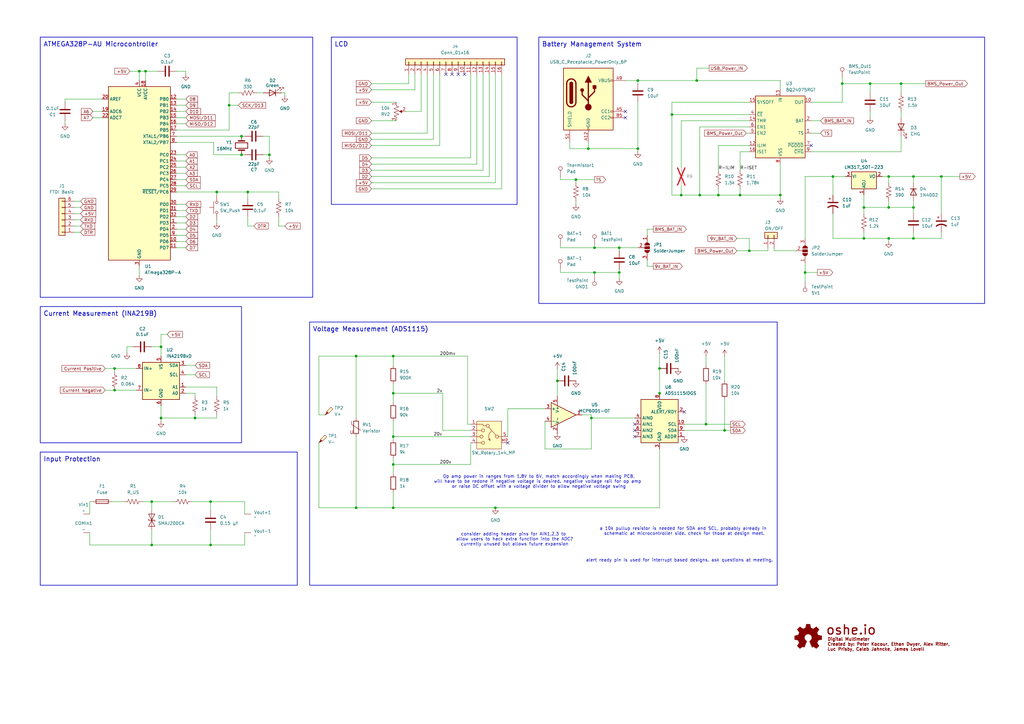
<source format=kicad_sch>
(kicad_sch (version 20231120) (generator "eeschema") (generator_version "8.0")
  (paper "A3")
  (title_block (title "Digital Multimeter") (date "2025-02-07") (rev "V1"))
  (junction (at 374.65 97.79))
  (junction (at 386.08 72.39))
  (junction (at 101.6 78.74))
  (junction (at 62.23 223.52))
  (junction (at 261.62 60.96))
  (junction (at 287.02 80.01))
  (junction (at 297.18 176.53))
  (junction (at 203.2 208.28))
  (junction (at 88.9 78.74))
  (junction (at 46.99 151.13))
  (junction (at 93.98 43.18))
  (junction (at 66.04 142.24))
  (junction (at 161.29 208.28))
  (junction (at 356.87 34.29))
  (junction (at 57.15 29.21))
  (junction (at 46.99 160.02))
  (junction (at 307.34 102.87))
  (junction (at 270.51 161.29))
  (junction (at 341.63 72.39))
  (junction (at 242.57 171.45))
  (junction (at 374.65 85.09))
  (junction (at 275.59 46.99))
  (junction (at 294.64 80.01))
  (junction (at 243.84 111.76))
  (junction (at 241.3 60.96))
  (junction (at 354.33 97.79))
  (junction (at 66.04 171.45))
  (junction (at 261.62 33.02))
  (junction (at 364.49 85.09))
  (junction (at 364.49 72.39))
  (junction (at 59.69 29.21))
  (junction (at 345.44 34.29))
  (junction (at 279.4 80.01))
  (junction (at 243.84 101.6))
  (junction (at 236.22 73.66))
  (junction (at 289.56 173.99))
  (junction (at 330.2 111.76))
  (junction (at 374.65 72.39))
  (junction (at 270.51 151.13))
  (junction (at 110.49 63.5))
  (junction (at 254 111.76))
  (junction (at 320.04 80.01))
  (junction (at 146.05 146.05))
  (junction (at 354.33 85.09))
  (junction (at 285.75 33.02))
  (junction (at 99.06 63.5))
  (junction (at 146.05 208.28))
  (junction (at 364.49 97.79))
  (junction (at 161.29 161.29))
  (junction (at 80.01 171.45))
  (junction (at 161.29 179.07))
  (junction (at 228.6 156.21))
  (junction (at 86.36 205.74))
  (junction (at 161.29 146.05))
  (junction (at 99.06 55.88))
  (junction (at 254 101.6))
  (junction (at 369.57 34.29))
  (junction (at 161.29 190.5))
  (junction (at 303.53 80.01))
  (junction (at 86.36 223.52))
  (junction (at 62.23 205.74))
  (no_connect (at 260.35 173.99))
  (no_connect (at 187.96 30.48))
  (no_connect (at 280.67 168.91))
  (no_connect (at 185.42 30.48))
  (no_connect (at 260.35 179.07))
  (no_connect (at 182.88 30.48))
  (no_connect (at 256.54 45.72))
  (no_connect (at 260.35 176.53))
  (no_connect (at 332.74 59.69))
  (no_connect (at 190.5 30.48))
  (no_connect (at 256.54 48.26))
  (no_connect (at 208.28 181.61))
  (wire (pts (xy 166.37 45.72) (xy 172.72 45.72)))
  (wire (pts (xy 332.74 41.91) (xy 345.44 41.91)))
  (wire (pts (xy 72.39 101.6) (xy 76.2 101.6)))
  (wire (pts (xy 191.77 146.05) (xy 161.29 146.05)))
  (wire (pts (xy 57.15 29.21) (xy 59.69 29.21)))
  (wire (pts (xy 114.3 92.71) (xy 116.84 92.71)))
  (wire (pts (xy 146.05 146.05) (xy 146.05 171.45)))
  (wire (pts (xy 152.4 72.39) (xy 200.66 72.39)))
  (wire (pts (xy 152.4 49.53) (xy 162.56 49.53)))
  (wire (pts (xy 72.39 68.58) (xy 76.2 68.58)))
  (wire (pts (xy 93.98 38.1) (xy 97.79 38.1)))
  (wire (pts (xy 43.18 160.02) (xy 46.99 160.02)))
  (wire (pts (xy 270.51 184.15) (xy 270.51 208.28)))
  (wire (pts (xy 205.74 77.47) (xy 205.74 30.48)))
  (wire (pts (xy 223.52 172.72) (xy 223.52 184.15)))
  (wire (pts (xy 307.34 102.87) (xy 314.96 102.87)))
  (wire (pts (xy 354.33 85.09) (xy 354.33 87.63)))
  (wire (pts (xy 317.5 102.87) (xy 317.5 101.6)))
  (wire (pts (xy 243.84 111.76) (xy 254 111.76)))
  (wire (pts (xy 78.74 205.74) (xy 86.36 205.74)))
  (wire (pts (xy 243.84 101.6) (xy 254 101.6)))
  (wire (pts (xy 101.6 92.71) (xy 104.14 92.71)))
  (wire (pts (xy 228.6 156.21) (xy 228.6 162.56)))
  (wire (pts (xy 99.06 63.5) (xy 100.33 63.5)))
  (wire (pts (xy 242.57 171.45) (xy 260.35 171.45)))
  (wire (pts (xy 38.1 205.74) (xy 36.83 205.74)))
  (wire (pts (xy 203.2 208.28) (xy 161.29 208.28)))
  (wire (pts (xy 146.05 146.05) (xy 161.29 146.05)))
  (wire (pts (xy 72.39 45.72) (xy 76.2 45.72)))
  (wire (pts (xy 76.2 158.75) (xy 88.9 158.75)))
  (wire (pts (xy 114.3 78.74) (xy 114.3 81.28)))
  (wire (pts (xy 307.34 59.69) (xy 294.64 59.69)))
  (wire (pts (xy 297.18 176.53) (xy 299.72 176.53)))
  (wire (pts (xy 354.33 85.09) (xy 364.49 85.09)))
  (wire (pts (xy 294.64 59.69) (xy 294.64 69.85)))
  (wire (pts (xy 193.04 64.77) (xy 193.04 30.48)))
  (wire (pts (xy 80.01 171.45) (xy 88.9 171.45)))
  (wire (pts (xy 38.1 45.72) (xy 41.91 45.72)))
  (wire (pts (xy 152.4 36.83) (xy 170.18 36.83)))
  (wire (pts (xy 181.61 161.29) (xy 161.29 161.29)))
  (wire (pts (xy 208.28 167.64) (xy 208.28 179.07)))
  (wire (pts (xy 59.69 29.21) (xy 59.69 33.02)))
  (wire (pts (xy 152.4 59.69) (xy 180.34 59.69)))
  (wire (pts (xy 307.34 97.79) (xy 307.34 102.87)))
  (wire (pts (xy 285.75 27.94) (xy 285.75 33.02)))
  (wire (pts (xy 161.29 187.96) (xy 161.29 190.5)))
  (wire (pts (xy 36.83 205.74) (xy 36.83 210.82)))
  (wire (pts (xy 289.56 157.48) (xy 289.56 173.99)))
  (wire (pts (xy 66.04 171.45) (xy 66.04 172.72)))
  (wire (pts (xy 86.36 217.17) (xy 86.36 223.52)))
  (wire (pts (xy 228.6 151.13) (xy 228.6 156.21)))
  (wire (pts (xy 354.33 80.01) (xy 354.33 85.09)))
  (wire (pts (xy 297.18 146.05) (xy 297.18 156.21)))
  (wire (pts (xy 80.01 161.29) (xy 80.01 162.56)))
  (wire (pts (xy 97.79 43.18) (xy 93.98 43.18)))
  (wire (pts (xy 110.49 63.5) (xy 107.95 63.5)))
  (wire (pts (xy 57.15 109.22) (xy 57.15 113.03)))
  (wire (pts (xy 175.26 54.61) (xy 175.26 30.48)))
  (wire (pts (xy 275.59 46.99) (xy 275.59 80.01)))
  (wire (pts (xy 364.49 97.79) (xy 364.49 99.06)))
  (wire (pts (xy 330.2 72.39) (xy 341.63 72.39)))
  (wire (pts (xy 36.83 223.52) (xy 62.23 223.52)))
  (wire (pts (xy 374.65 95.25) (xy 374.65 97.79)))
  (wire (pts (xy 100.33 223.52) (xy 86.36 223.52)))
  (wire (pts (xy 62.23 205.74) (xy 62.23 209.55)))
  (wire (pts (xy 364.49 85.09) (xy 364.49 82.55)))
  (wire (pts (xy 152.4 69.85) (xy 198.12 69.85)))
  (wire (pts (xy 289.56 173.99) (xy 299.72 173.99)))
  (wire (pts (xy 256.54 33.02) (xy 261.62 33.02)))
  (wire (pts (xy 46.99 151.13) (xy 55.88 151.13)))
  (wire (pts (xy 52.07 144.78) (xy 52.07 142.24)))
  (wire (pts (xy 152.4 57.15) (xy 177.8 57.15)))
  (wire (pts (xy 193.04 179.07) (xy 161.29 179.07)))
  (wire (pts (xy 314.96 102.87) (xy 314.96 101.6)))
  (wire (pts (xy 364.49 72.39) (xy 374.65 72.39)))
  (wire (pts (xy 241.3 60.96) (xy 241.3 58.42)))
  (wire (pts (xy 46.99 160.02) (xy 55.88 160.02)))
  (wire (pts (xy 233.68 58.42) (xy 233.68 60.96)))
  (wire (pts (xy 38.1 48.26) (xy 41.91 48.26)))
  (wire (pts (xy 72.39 76.2) (xy 76.2 76.2)))
  (wire (pts (xy 265.43 96.52) (xy 265.43 93.98)))
  (wire (pts (xy 161.29 172.72) (xy 161.29 179.07)))
  (wire (pts (xy 100.33 205.74) (xy 86.36 205.74)))
  (wire (pts (xy 374.65 72.39) (xy 386.08 72.39)))
  (wire (pts (xy 107.95 55.88) (xy 110.49 55.88)))
  (wire (pts (xy 62.23 223.52) (xy 86.36 223.52)))
  (wire (pts (xy 287.02 52.07) (xy 287.02 80.01)))
  (wire (pts (xy 332.74 62.23) (xy 369.57 62.23)))
  (wire (pts (xy 99.06 55.88) (xy 100.33 55.88)))
  (wire (pts (xy 195.58 67.31) (xy 195.58 30.48)))
  (wire (pts (xy 30.48 82.55) (xy 33.02 82.55)))
  (wire (pts (xy 57.15 33.02) (xy 57.15 29.21)))
  (wire (pts (xy 66.04 137.16) (xy 66.04 142.24)))
  (wire (pts (xy 45.72 205.74) (xy 50.8 205.74)))
  (wire (pts (xy 30.48 85.09) (xy 33.02 85.09)))
  (wire (pts (xy 72.39 88.9) (xy 76.2 88.9)))
  (wire (pts (xy 161.29 146.05) (xy 161.29 149.86)))
  (wire (pts (xy 181.61 176.53) (xy 181.61 161.29)))
  (wire (pts (xy 116.84 38.1) (xy 115.57 38.1)))
  (wire (pts (xy 233.68 60.96) (xy 241.3 60.96)))
  (wire (pts (xy 80.01 149.86) (xy 76.2 149.86)))
  (wire (pts (xy 254 111.76) (xy 254 114.3)))
  (wire (pts (xy 86.36 205.74) (xy 86.36 209.55)))
  (wire (pts (xy 229.87 72.39) (xy 229.87 73.66)))
  (wire (pts (xy 72.39 83.82) (xy 76.2 83.82)))
  (wire (pts (xy 72.39 55.88) (xy 99.06 55.88)))
  (wire (pts (xy 72.39 93.98) (xy 76.2 93.98)))
  (wire (pts (xy 236.22 73.66) (xy 236.22 74.93)))
  (wire (pts (xy 105.41 38.1) (xy 107.95 38.1)))
  (wire (pts (xy 161.29 190.5) (xy 161.29 194.31)))
  (wire (pts (xy 30.48 95.25) (xy 33.02 95.25)))
  (wire (pts (xy 265.43 106.68) (xy 265.43 109.22)))
  (wire (pts (xy 93.98 38.1) (xy 93.98 43.18)))
  (wire (pts (xy 36.83 218.44) (xy 36.83 223.52)))
  (wire (pts (xy 62.23 205.74) (xy 71.12 205.74)))
  (wire (pts (xy 345.44 31.75) (xy 345.44 34.29)))
  (wire (pts (xy 294.64 77.47) (xy 294.64 80.01)))
  (wire (pts (xy 72.39 96.52) (xy 76.2 96.52)))
  (wire (pts (xy 180.34 59.69) (xy 180.34 30.48)))
  (wire (pts (xy 152.4 64.77) (xy 193.04 64.77)))
  (wire (pts (xy 356.87 45.72) (xy 356.87 48.26)))
  (wire (pts (xy 43.18 151.13) (xy 46.99 151.13)))
  (wire (pts (xy 229.87 73.66) (xy 236.22 73.66)))
  (wire (pts (xy 172.72 45.72) (xy 172.72 30.48)))
  (wire (pts (xy 223.52 184.15) (xy 242.57 184.15)))
  (wire (pts (xy 66.04 142.24) (xy 66.04 146.05)))
  (wire (pts (xy 369.57 34.29) (xy 369.57 38.1)))
  (wire (pts (xy 236.22 73.66) (xy 243.84 73.66)))
  (wire (pts (xy 76.2 29.21) (xy 76.2 30.48)))
  (wire (pts (xy 116.84 38.1) (xy 116.84 39.37)))
  (wire (pts (xy 101.6 78.74) (xy 114.3 78.74)))
  (wire (pts (xy 254 101.6) (xy 261.62 101.6)))
  (wire (pts (xy 261.62 60.96) (xy 261.62 41.91)))
  (wire (pts (xy 46.99 151.13) (xy 46.99 152.4)))
  (wire (pts (xy 354.33 95.25) (xy 354.33 97.79)))
  (wire (pts (xy 374.65 72.39) (xy 374.65 74.93)))
  (wire (pts (xy 130.81 181.61) (xy 130.81 208.28)))
  (wire (pts (xy 341.63 72.39) (xy 341.63 80.01)))
  (wire (pts (xy 341.63 87.63) (xy 341.63 97.79)))
  (wire (pts (xy 100.33 218.44) (xy 100.33 223.52)))
  (wire (pts (xy 374.65 97.79) (xy 386.08 97.79)))
  (wire (pts (xy 279.4 68.58) (xy 279.4 49.53)))
  (wire (pts (xy 356.87 34.29) (xy 369.57 34.29)))
  (wire (pts (xy 303.53 77.47) (xy 303.53 80.01)))
  (wire (pts (xy 229.87 111.76) (xy 229.87 110.49)))
  (wire (pts (xy 62.23 217.17) (xy 62.23 223.52)))
  (wire (pts (xy 320.04 80.01) (xy 320.04 81.28)))
  (wire (pts (xy 72.39 78.74) (xy 88.9 78.74)))
  (wire (pts (xy 270.51 144.78) (xy 270.51 151.13)))
  (wire (pts (xy 80.01 171.45) (xy 80.01 170.18)))
  (wire (pts (xy 369.57 62.23) (xy 369.57 55.88)))
  (wire (pts (xy 152.4 54.61) (xy 175.26 54.61)))
  (wire (pts (xy 208.28 167.64) (xy 223.52 167.64)))
  (wire (pts (xy 254 110.49) (xy 254 111.76)))
  (wire (pts (xy 152.4 41.91) (xy 162.56 41.91)))
  (wire (pts (xy 76.2 161.29) (xy 80.01 161.29)))
  (wire (pts (xy 101.6 88.9) (xy 101.6 92.71)))
  (wire (pts (xy 152.4 77.47) (xy 205.74 77.47)))
  (wire (pts (xy 193.04 176.53) (xy 181.61 176.53)))
  (wire (pts (xy 320.04 33.02) (xy 320.04 36.83)))
  (wire (pts (xy 87.63 63.5) (xy 99.06 63.5)))
  (wire (pts (xy 72.39 71.12) (xy 76.2 71.12)))
  (wire (pts (xy 236.22 82.55) (xy 236.22 83.82)))
  (wire (pts (xy 41.91 40.64) (xy 26.67 40.64)))
  (wire (pts (xy 170.18 36.83) (xy 170.18 30.48)))
  (wire (pts (xy 30.48 92.71) (xy 33.02 92.71)))
  (wire (pts (xy 330.2 107.95) (xy 330.2 111.76)))
  (wire (pts (xy 229.87 101.6) (xy 229.87 100.33)))
  (wire (pts (xy 330.2 97.79) (xy 330.2 72.39)))
  (wire (pts (xy 307.34 54.61) (xy 306.07 54.61)))
  (wire (pts (xy 275.59 41.91) (xy 275.59 46.99)))
  (wire (pts (xy 161.29 161.29) (xy 161.29 165.1)))
  (wire (pts (xy 72.39 99.06) (xy 76.2 99.06)))
  (wire (pts (xy 72.39 66.04) (xy 76.2 66.04)))
  (wire (pts (xy 193.04 181.61) (xy 193.04 190.5)))
  (wire (pts (xy 364.49 85.09) (xy 374.65 85.09)))
  (wire (pts (xy 386.08 95.25) (xy 386.08 97.79)))
  (wire (pts (xy 242.57 171.45) (xy 242.57 170.18)))
  (wire (pts (xy 275.59 80.01) (xy 279.4 80.01)))
  (wire (pts (xy 243.84 111.76) (xy 243.84 113.03)))
  (wire (pts (xy 167.64 34.29) (xy 167.64 30.48)))
  (wire (pts (xy 369.57 45.72) (xy 369.57 48.26)))
  (wire (pts (xy 364.49 72.39) (xy 364.49 74.93)))
  (wire (pts (xy 289.56 146.05) (xy 289.56 149.86)))
  (wire (pts (xy 68.58 137.16) (xy 66.04 137.16)))
  (wire (pts (xy 88.9 170.18) (xy 88.9 171.45)))
  (wire (pts (xy 72.39 50.8) (xy 76.2 50.8)))
  (wire (pts (xy 270.51 151.13) (xy 270.51 161.29)))
  (wire (pts (xy 193.04 173.99) (xy 191.77 173.99)))
  (wire (pts (xy 261.62 33.02) (xy 285.75 33.02)))
  (wire (pts (xy 374.65 85.09) (xy 374.65 82.55)))
  (wire (pts (xy 30.48 90.17) (xy 33.02 90.17)))
  (wire (pts (xy 303.53 62.23) (xy 303.53 69.85)))
  (wire (pts (xy 203.2 74.93) (xy 152.4 74.93)))
  (wire (pts (xy 302.26 97.79) (xy 307.34 97.79)))
  (wire (pts (xy 161.29 157.48) (xy 161.29 161.29)))
  (wire (pts (xy 265.43 93.98) (xy 267.97 93.98)))
  (wire (pts (xy 72.39 86.36) (xy 76.2 86.36)))
  (wire (pts (xy 152.4 67.31) (xy 195.58 67.31)))
  (wire (pts (xy 88.9 78.74) (xy 101.6 78.74)))
  (wire (pts (xy 59.69 29.21) (xy 64.77 29.21)))
  (wire (pts (xy 290.83 27.94) (xy 285.75 27.94)))
  (wire (pts (xy 229.87 101.6) (xy 243.84 101.6)))
  (wire (pts (xy 265.43 109.22) (xy 267.97 109.22)))
  (wire (pts (xy 320.04 67.31) (xy 320.04 80.01)))
  (wire (pts (xy 330.2 111.76) (xy 335.28 111.76)))
  (wire (pts (xy 93.98 43.18) (xy 93.98 53.34)))
  (wire (pts (xy 275.59 46.99) (xy 307.34 46.99)))
  (wire (pts (xy 254 101.6) (xy 254 102.87)))
  (wire (pts (xy 130.81 170.18) (xy 130.81 146.05)))
  (wire (pts (xy 66.04 171.45) (xy 80.01 171.45)))
  (wire (pts (xy 386.08 72.39) (xy 393.7 72.39)))
  (wire (pts (xy 317.5 102.87) (xy 326.39 102.87)))
  (wire (pts (xy 62.23 142.24) (xy 66.04 142.24)))
  (wire (pts (xy 369.57 34.29) (xy 379.73 34.29)))
  (wire (pts (xy 193.04 190.5) (xy 161.29 190.5)))
  (wire (pts (xy 303.53 80.01) (xy 320.04 80.01)))
  (wire (pts (xy 243.84 100.33) (xy 243.84 101.6)))
  (wire (pts (xy 261.62 33.02) (xy 261.62 34.29)))
  (wire (pts (xy 374.65 85.09) (xy 374.65 87.63)))
  (wire (pts (xy 152.4 34.29) (xy 167.64 34.29)))
  (wire (pts (xy 386.08 72.39) (xy 386.08 87.63)))
  (wire (pts (xy 200.66 72.39) (xy 200.66 30.48)))
  (wire (pts (xy 72.39 48.26) (xy 76.2 48.26)))
  (wire (pts (xy 302.26 102.87) (xy 307.34 102.87)))
  (wire (pts (xy 332.74 49.53) (xy 336.55 49.53)))
  (wire (pts (xy 285.75 33.02) (xy 320.04 33.02)))
  (wire (pts (xy 303.53 80.01) (xy 294.64 80.01)))
  (wire (pts (xy 177.8 57.15) (xy 177.8 30.48)))
  (wire (pts (xy 161.29 201.93) (xy 161.29 208.28)))
  (wire (pts (xy 58.42 205.74) (xy 62.23 205.74)))
  (wire (pts (xy 307.34 62.23) (xy 303.53 62.23)))
  (wire (pts (xy 191.77 173.99) (xy 191.77 146.05)))
  (wire (pts (xy 88.9 158.75) (xy 88.9 162.56)))
  (wire (pts (xy 72.39 73.66) (xy 76.2 73.66)))
  (wire (pts (xy 229.87 111.76) (xy 243.84 111.76)))
  (wire (pts (xy 52.07 142.24) (xy 54.61 142.24)))
  (wire (pts (xy 114.3 88.9) (xy 114.3 92.71)))
  (wire (pts (xy 270.51 208.28) (xy 203.2 208.28)))
  (wire (pts (xy 130.81 170.18) (xy 133.35 170.18)))
  (wire (pts (xy 354.33 97.79) (xy 364.49 97.79)))
  (wire (pts (xy 26.67 40.64) (xy 26.67 41.91)))
  (wire (pts (xy 72.39 43.18) (xy 76.2 43.18)))
  (wire (pts (xy 72.39 40.64) (xy 76.2 40.64)))
  (wire (pts (xy 161.29 179.07) (xy 161.29 180.34)))
  (wire (pts (xy 198.12 69.85) (xy 198.12 30.48)))
  (wire (pts (xy 87.63 58.42) (xy 87.63 63.5)))
  (wire (pts (xy 287.02 80.01) (xy 294.64 80.01)))
  (wire (pts (xy 72.39 29.21) (xy 76.2 29.21)))
  (wire (pts (xy 130.81 146.05) (xy 146.05 146.05)))
  (wire (pts (xy 280.67 176.53) (xy 297.18 176.53)))
  (wire (pts (xy 279.4 80.01) (xy 287.02 80.01)))
  (wire (pts (xy 161.29 208.28) (xy 146.05 208.28)))
  (wire (pts (xy 130.81 208.28) (xy 146.05 208.28)))
  (wire (pts (xy 72.39 63.5) (xy 76.2 63.5)))
  (wire (pts (xy 279.4 76.2) (xy 279.4 80.01)))
  (wire (pts (xy 364.49 97.79) (xy 374.65 97.79)))
  (wire (pts (xy 345.44 34.29) (xy 356.87 34.29)))
  (wire (pts (xy 88.9 90.17) (xy 88.9 91.44)))
  (wire (pts (xy 100.33 205.74) (xy 100.33 210.82)))
  (wire (pts (xy 297.18 163.83) (xy 297.18 176.53)))
  (wire (pts (xy 307.34 52.07) (xy 287.02 52.07)))
  (wire (pts (xy 101.6 78.74) (xy 101.6 81.28)))
  (wire (pts (xy 146.05 179.07) (xy 146.05 208.28)))
  (wire (pts (xy 341.63 97.79) (xy 354.33 97.79)))
  (wire (pts (xy 72.39 58.42) (xy 87.63 58.42)))
  (wire (pts (xy 280.67 173.99) (xy 289.56 173.99)))
  (wire (pts (xy 279.4 49.53) (xy 307.34 49.53)))
  (wire (pts (xy 361.95 72.39) (xy 364.49 72.39)))
  (wire (pts (xy 53.34 29.21) (xy 57.15 29.21)))
  (wire (pts (xy 307.34 41.91) (xy 275.59 41.91)))
  (wire (pts (xy 356.87 34.29) (xy 356.87 38.1)))
  (wire (pts (xy 242.57 184.15) (xy 242.57 171.45)))
  (wire (pts (xy 26.67 50.8) (xy 26.67 49.53)))
  (wire (pts (xy 66.04 166.37) (xy 66.04 171.45)))
  (wire (pts (xy 88.9 78.74) (xy 88.9 80.01)))
  (wire (pts (xy 345.44 41.91) (xy 345.44 34.29)))
  (wire (pts (xy 332.74 54.61) (xy 336.55 54.61)))
  (wire (pts (xy 110.49 64.77) (xy 110.49 63.5)))
  (wire (pts (xy 203.2 30.48) (xy 203.2 74.93)))
  (wire (pts (xy 72.39 91.44) (xy 76.2 91.44)))
  (wire (pts (xy 261.62 62.23) (xy 261.62 60.96)))
  (wire (pts (xy 80.01 153.67) (xy 76.2 153.67)))
  (wire (pts (xy 330.2 111.76) (xy 330.2 115.57)))
  (wire (pts (xy 30.48 87.63) (xy 33.02 87.63)))
  (wire (pts (xy 110.49 55.88) (xy 110.49 63.5)))
  (wire (pts (xy 270.51 162.56) (xy 270.51 161.29)))
  (wire (pts (xy 341.63 72.39) (xy 346.71 72.39)))
  (wire (pts (xy 93.98 53.34) (xy 72.39 53.34)))
  (wire (pts (xy 241.3 60.96) (xy 261.62 60.96)))
  (wire (pts (xy 242.57 170.18) (xy 238.76 170.18)))
  (rectangle (start 16.51 185.42) (end 121.92 240.03) (stroke (width 0.254)))
  (rectangle (start 127 132.08) (end 318.77 240.03) (stroke (width 0.254)))
  (rectangle (start 220.98 15.24) (end 403.86 124.46) (stroke (width 0.254)))
  (rectangle (start 16.51 125.73) (end 99.06 181.61) (stroke (width 0.254)))
  (rectangle (start 135.89 15.24) (end 212.09 83.82) (stroke (width 0.254)))
  (rectangle (start 16.51 15.24) (end 128.27 121.92) (stroke (width 0.254)))
  (text "Digital Multimeter\nCreated by: Peter Kocour, Ethan Dwyer, Alex Ritter, \nLuc Prisby, Caleb Jahncke, James Lovell" (at 339.344 264.414 0) (effects (font (size 1.27 1.27) (bold yes)) (justify left)))
  (text "consider adding header pins for AIN1,2,3 to \nallow users to hack extra function into the ADC?\ncurrently unused but allows future expansion\n" (at 211.074 221.234 0) (effects (font (size 1.27 1.27))))
  (text "Op amp power in ranges from 1.8V to 6V, match accordingly when making PCB,\nwill have to be redone if negative voltage is desired. negative voltage rail for op amp \nor raise DC offset with a voltage divider to allow negative voltage swing\n \n" (at 220.98 198.628 0) (effects (font (size 1.27 1.27))))
  (text "oshe.io" (at 338.582 258.572 0) (effects (font (size 3.81 3.81) (thickness 0.508) (bold yes)) (justify left)))
  (text "Battery Management System" (at 222.25 18.288 0) (effects (font (size 1.905 1.905) (thickness 0.254) (bold yes)) (justify left)))
  (text "a 10k pullup resistor is needed for SDA and SCL, probably already in \nschematic at microcontroller side. check for those at design meet." (at 280.67 217.932 0) (effects (font (size 1.27 1.27))))
  (text "Input Protection" (at 17.78 188.468 0) (effects (font (size 1.905 1.905) (thickness 0.254) (bold yes)) (justify left)))
  (text "Current Measurement (INA219B)" (at 17.78 128.778 0) (effects (font (size 1.905 1.905) (thickness 0.254) (bold yes)) (justify left)))
  (text "Voltage Measurement (ADS1115)" (at 128.27 135.128 0) (effects (font (size 1.905 1.905) (thickness 0.254) (bold yes)) (justify left)))
  (text "LCD" (at 137.16 18.288 0) (effects (font (size 1.905 1.905) (thickness 0.254) (bold yes)) (justify left)))
  (text "ATMEGA328P-AU Microcontroller" (at 17.78 18.288 0) (effects (font (size 1.905 1.905) (thickness 0.254) (bold yes)) (justify left)))
  (text "alert ready pin is used for interrupt based designs. ask questions at meeting. " (at 279.146 229.87 0) (effects (font (size 1.27 1.27))))
  (label "R-ILIM" (at 294.64 69.85 0))
  (label "200v" (at 180.34 190.5 0))
  (label "200mv" (at 180.34 146.05 0))
  (label "20v" (at 177.8 179.07 0))
  (label "R-ISET" (at 303.53 69.85 0))
  (label "2v" (at 179.07 161.29 0))
  (global_label "GND" (shape input) (at 33.02 82.55 0) (property "Intersheetrefs" "${INTERSHEET_REFS}" (effects (hide yes))))
  (global_label "MOSI{slash}D11" (shape input) (at 76.2 48.26 0) (property "Intersheetrefs" "${INTERSHEET_REFS}" (effects (hide yes))))
  (global_label "USB_Power_IN" (shape output) (at 290.83 27.94 0) (property "Intersheetrefs" "${INTERSHEET_REFS}" (effects (hide yes))))
  (global_label "GND" (shape input) (at 152.4 77.47 180) (property "Intersheetrefs" "${INTERSHEET_REFS}" (effects (hide yes))))
  (global_label "BMS_Power_Out" (shape output) (at 379.73 34.29 0) (property "Intersheetrefs" "${INTERSHEET_REFS}" (effects (hide yes))))
  (global_label "D7" (shape input) (at 76.2 101.6 0) (property "Intersheetrefs" "${INTERSHEET_REFS}" (effects (hide yes))))
  (global_label "RXD" (shape input) (at 76.2 83.82 0) (property "Intersheetrefs" "${INTERSHEET_REFS}" (effects (hide yes))))
  (global_label "TS" (shape input) (at 336.55 54.61 0) (property "Intersheetrefs" "${INTERSHEET_REFS}" (effects (hide yes))))
  (global_label "D5" (shape input) (at 152.4 64.77 180) (property "Intersheetrefs" "${INTERSHEET_REFS}" (effects (hide yes))))
  (global_label "D4" (shape input) (at 76.2 93.98 0) (property "Intersheetrefs" "${INTERSHEET_REFS}" (effects (hide yes))))
  (global_label "GND" (shape input) (at 152.4 57.15 180) (property "Intersheetrefs" "${INTERSHEET_REFS}" (effects (hide yes))))
  (global_label "SCL" (shape input) (at 76.2 76.2 0) (property "Intersheetrefs" "${INTERSHEET_REFS}" (effects (hide yes))))
  (global_label "SCK{slash}D13" (shape input) (at 97.79 43.18 0) (property "Intersheetrefs" "${INTERSHEET_REFS}" (effects (hide yes))))
  (global_label "SDA" (shape input) (at 76.2 73.66 0) (property "Intersheetrefs" "${INTERSHEET_REFS}" (effects (hide yes))))
  (global_label "A0" (shape input) (at 76.2 63.5 0) (property "Intersheetrefs" "${INTERSHEET_REFS}" (effects (hide yes))))
  (global_label "GND" (shape input) (at 152.4 49.53 180) (property "Intersheetrefs" "${INTERSHEET_REFS}" (effects (hide yes))))
  (global_label "+5V" (shape input) (at 152.4 74.93 180) (property "Intersheetrefs" "${INTERSHEET_REFS}" (effects (hide yes))))
  (global_label "TXD" (shape input) (at 33.02 92.71 0) (property "Intersheetrefs" "${INTERSHEET_REFS}" (effects (hide yes))))
  (global_label "+5V" (shape input) (at 116.84 92.71 0) (property "Intersheetrefs" "${INTERSHEET_REFS}" (effects (hide yes))))
  (global_label "D10" (shape input) (at 76.2 45.72 0) (property "Intersheetrefs" "${INTERSHEET_REFS}" (effects (hide yes))))
  (global_label "A1" (shape input) (at 76.2 66.04 0) (property "Intersheetrefs" "${INTERSHEET_REFS}" (effects (hide yes))))
  (global_label "MISO{slash}D12" (shape input) (at 152.4 59.69 180) (property "Intersheetrefs" "${INTERSHEET_REFS}" (effects (hide yes))))
  (global_label "SDA" (shape input) (at 80.01 149.86 0) (property "Intersheetrefs" "${INTERSHEET_REFS}" (effects (hide yes))))
  (global_label "9V_BAT_IN" (shape output) (at 267.97 109.22 0) (property "Intersheetrefs" "${INTERSHEET_REFS}" (effects (hide yes))))
  (global_label "9V_BAT_IN" (shape input) (at 302.26 97.79 180) (property "Intersheetrefs" "${INTERSHEET_REFS}" (effects (hide yes))))
  (global_label "SDA" (shape output) (at 299.72 176.53 0) (property "Intersheetrefs" "${INTERSHEET_REFS}" (effects (hide yes))))
  (global_label "MISO{slash}D12" (shape input) (at 76.2 50.8 0) (property "Intersheetrefs" "${INTERSHEET_REFS}" (effects (hide yes))))
  (global_label "D4" (shape input) (at 152.4 67.31 180) (property "Intersheetrefs" "${INTERSHEET_REFS}" (effects (hide yes))))
  (global_label "TXD" (shape input) (at 76.2 86.36 0) (property "Intersheetrefs" "${INTERSHEET_REFS}" (effects (hide yes))))
  (global_label "BMS_BAT_IN" (shape output) (at 267.97 93.98 0) (property "Intersheetrefs" "${INTERSHEET_REFS}" (effects (hide yes))))
  (global_label "SCL" (shape input) (at 80.01 153.67 0) (property "Intersheetrefs" "${INTERSHEET_REFS}" (effects (hide yes))))
  (global_label "D6" (shape input) (at 76.2 99.06 0) (property "Intersheetrefs" "${INTERSHEET_REFS}" (effects (hide yes))))
  (global_label "+5V" (shape input) (at 68.58 137.16 0) (property "Intersheetrefs" "${INTERSHEET_REFS}" (effects (hide yes))))
  (global_label "A3" (shape input) (at 76.2 71.12 0) (property "Intersheetrefs" "${INTERSHEET_REFS}" (effects (hide yes))))
  (global_label "Current Positive" (shape input) (at 43.18 151.13 180) (property "Intersheetrefs" "${INTERSHEET_REFS}" (effects (hide yes))))
  (global_label "A7" (shape input) (at 38.1 48.26 180) (property "Intersheetrefs" "${INTERSHEET_REFS}" (effects (hide yes))))
  (global_label "DTR" (shape input) (at 33.02 95.25 0) (property "Intersheetrefs" "${INTERSHEET_REFS}" (effects (hide yes))))
  (global_label "A6" (shape input) (at 38.1 45.72 180) (property "Intersheetrefs" "${INTERSHEET_REFS}" (effects (hide yes))))
  (global_label "+5V" (shape input) (at 33.02 87.63 0) (property "Intersheetrefs" "${INTERSHEET_REFS}" (effects (hide yes))))
  (global_label "+5V" (shape input) (at 152.4 36.83 180) (property "Intersheetrefs" "${INTERSHEET_REFS}" (effects (hide yes))))
  (global_label "D3" (shape input) (at 152.4 69.85 180) (property "Intersheetrefs" "${INTERSHEET_REFS}" (effects (hide yes))))
  (global_label "SCL" (shape output) (at 299.72 173.99 0) (property "Intersheetrefs" "${INTERSHEET_REFS}" (effects (hide yes))))
  (global_label "GND" (shape input) (at 152.4 34.29 180) (property "Intersheetrefs" "${INTERSHEET_REFS}" (effects (hide yes))))
  (global_label "A2" (shape input) (at 76.2 68.58 0) (property "Intersheetrefs" "${INTERSHEET_REFS}" (effects (hide yes))))
  (global_label "BMS_BAT_IN" (shape input) (at 336.55 49.53 0) (property "Intersheetrefs" "${INTERSHEET_REFS}" (effects (hide yes))))
  (global_label "D2" (shape input) (at 152.4 72.39 180) (property "Intersheetrefs" "${INTERSHEET_REFS}" (effects (hide yes))))
  (global_label "Current Negative" (shape input) (at 43.18 160.02 180) (property "Intersheetrefs" "${INTERSHEET_REFS}" (effects (hide yes))))
  (global_label "D9" (shape input) (at 76.2 43.18 0) (property "Intersheetrefs" "${INTERSHEET_REFS}" (effects (hide yes))))
  (global_label "BMS_Power_Out" (shape input) (at 306.07 54.61 180) (property "Intersheetrefs" "${INTERSHEET_REFS}" (effects (hide yes))))
  (global_label "D3" (shape input) (at 76.2 91.44 0) (property "Intersheetrefs" "${INTERSHEET_REFS}" (effects (hide yes))))
  (global_label "+5V" (shape input) (at 53.34 29.21 180) (property "Intersheetrefs" "${INTERSHEET_REFS}" (effects (hide yes))))
  (global_label "BMS_Power_Out" (shape input) (at 302.26 102.87 180) (property "Intersheetrefs" "${INTERSHEET_REFS}" (effects (hide yes))))
  (global_label "+5V" (shape output) (at 393.7 72.39 0) (property "Intersheetrefs" "${INTERSHEET_REFS}" (effects (hide yes))))
  (global_label "+5V" (shape input) (at 152.4 41.91 180) (property "Intersheetrefs" "${INTERSHEET_REFS}" (effects (hide yes))))
  (global_label "+5V" (shape output) (at 335.28 111.76 0) (property "Intersheetrefs" "${INTERSHEET_REFS}" (effects (hide yes))))
  (global_label "D2" (shape input) (at 76.2 88.9 0) (property "Intersheetrefs" "${INTERSHEET_REFS}" (effects (hide yes))))
  (global_label "D5" (shape input) (at 76.2 96.52 0) (property "Intersheetrefs" "${INTERSHEET_REFS}" (effects (hide yes))))
  (global_label "D8" (shape input) (at 76.2 40.64 0) (property "Intersheetrefs" "${INTERSHEET_REFS}" (effects (hide yes))))
  (global_label "TS" (shape output) (at 243.84 73.66 0) (property "Intersheetrefs" "${INTERSHEET_REFS}" (effects (hide yes))))
  (global_label "DTR" (shape input) (at 104.14 92.71 0) (property "Intersheetrefs" "${INTERSHEET_REFS}" (effects (hide yes))))
  (global_label "RXD" (shape input) (at 33.02 90.17 0) (property "Intersheetrefs" "${INTERSHEET_REFS}" (effects (hide yes))))
  (global_label "GND" (shape input) (at 33.02 85.09 0) (property "Intersheetrefs" "${INTERSHEET_REFS}" (effects (hide yes))))
  (global_label "MOSI{slash}D11" (shape input) (at 152.4 54.61 180) (property "Intersheetrefs" "${INTERSHEET_REFS}" (effects (hide yes))))
  (symbol (lib_id "Jumper:SolderJumper_3_Open") (at 265.43 101.6 270) (unit 1) (exclude_from_sim yes) (in_bom no)
    (property "Reference" "JP1" (at 267.97 100.3299 90) (effects (justify left)))
    (property "Value" "SolderJumper" (at 267.97 102.8699 90) (effects (justify left)))
    (property "Footprint" "Jumper:SolderJumper-3_P1.3mm_Open_Pad1.0x1.5mm_NumberLabels" (effects (hide yes)))
    (property "Description" "Solder Jumper, 3-pole, open" (effects (hide yes)))
  )
  (symbol (lib_id "power:GND") (at 261.62 62.23 0) (unit 1)
    (property "Reference" "#PWR011" (effects (hide yes)))
    (property "Value" "GND" (at 261.62 67.31 0))
    (property "Description" "Power symbol creates a global label with name \"GND\" , ground" (effects (hide yes)))
  )
  (symbol (lib_id "Device:R_US") (at 369.57 41.91 0) (unit 1)
    (property "Reference" "R13" (at 372.11 40.6399 0) (effects (justify left)))
    (property "Value" "1.5k" (at 372.11 43.1799 0) (effects (justify left)))
    (property "Footprint" "Resistor_SMD:R_1206_3216Metric_Pad1.30x1.75mm_HandSolder" (effects (hide yes)))
    (property "Description" "Resistor, US symbol" (effects (hide yes)))
  )
  (symbol (lib_id "power:GND") (at 228.6 177.8 0) (unit 1)
    (property "Reference" "#PWR017" (effects (hide yes)))
    (property "Value" "GND" (at 228.6 182.88 0))
    (property "Description" "Power symbol creates a global label with name \"GND\" , ground" (effects (hide yes)))
  )
  (symbol (lib_id "power:+3.3V") (at 228.6 151.13 0) (unit 1)
    (property "Reference" "#PWR016" (effects (hide yes)))
    (property "Value" "+5V" (at 228.6 146.05 0))
    (property "Description" "Power symbol creates a global label with name \"+3.3V\"" (effects (hide yes)))
  )
  (symbol (lib_id "oshe:Input") (at 36.83 213.36 0) (unit 1)
    (property "Reference" "Vin1" (at 34.29 207.01 0))
    (property "Value" "~" (at 34.29 209.55 0))
  )
  (symbol (lib_id "Connector_Generic:Conn_01x06") (at 25.4 90.17 180) (unit 1)
    (property "Reference" "J1" (at 25.4 76.2 0))
    (property "Value" "FTDI Basic" (at 25.4 78.74 0))
    (property "Footprint" "Connector_PinSocket_2.54mm:PinSocket_1x06_P2.54mm_Vertical" (effects (hide yes)))
    (property "Description" "Generic connector, single row, 01x06, script generated (kicad-library-utils/schlib/autogen/connector/)" (effects (hide yes)))
  )
  (symbol (lib_id "Connector:TestPoint") (at 243.84 100.33 0) (unit 1)
    (property "Reference" "BAT1" (at 246.38 95.7579 0) (effects (justify left)))
    (property "Value" "TestPoint" (at 246.38 98.2979 0) (effects (justify left)))
    (property "Footprint" "TestPoint:TestPoint_Keystone_5019_Minature" (effects (hide yes)))
    (property "Description" "test point" (effects (hide yes)))
  )
  (symbol (lib_id "Device:R") (at 161.29 198.12 0) (unit 1)
    (property "Reference" "R18" (at 163.83 196.8499 0) (effects (justify left)))
    (property "Value" "1k" (at 163.83 199.3899 0) (effects (justify left)))
    (property "Description" "Resistor" (effects (hide yes)))
  )
  (symbol (lib_id "Device:C") (at 104.14 63.5 270) (mirror x) (unit 1)
    (property "Reference" "C7" (at 104.14 69.596 90))
    (property "Value" "22pF" (at 104.14 67.31 90))
    (property "Footprint" "Capacitor_SMD:C_1206_3216Metric_Pad1.33x1.80mm_HandSolder" (effects (hide yes)))
    (property "Description" "Unpolarized capacitor" (effects (hide yes)))
  )
  (symbol (lib_id "Connector:TestPoint") (at 330.2 115.57 0) (mirror x) (unit 1)
    (property "Reference" "5V1" (at 332.74 120.1421 0) (effects (justify left)))
    (property "Value" "TestPoint" (at 332.74 117.6021 0) (effects (justify left)))
    (property "Footprint" "TestPoint:TestPoint_Keystone_5019_Minature" (effects (hide yes)))
    (property "Description" "test point" (effects (hide yes)))
  )
  (symbol (lib_id "MCU_Microchip_ATmega:ATmega328P-A") (at 57.15 71.12 0) (unit 1)
    (property "Reference" "U1" (at 59.3441 109.22 0) (effects (justify left)))
    (property "Value" "ATmega328P-A" (at 59.3441 111.76 0) (effects (justify left)))
    (property "Footprint" "Package_QFP:TQFP-32_7x7mm_P0.8mm" (effects (hide yes)))
    (property "Datasheet" "http://ww1.microchip.com/downloads/en/DeviceDoc/ATmega328_P%20AVR%20MCU%20with%20picoPower%20Technology%20Data%20Sheet%2040001984A.pdf" (effects (hide yes)))
    (property "Description" "20MHz, 32kB Flash, 2kB SRAM, 1kB EEPROM, TQFP-32" (effects (hide yes)))
  )
  (symbol (lib_id "Device:R_US") (at 54.61 205.74 90) (unit 1)
    (property "Reference" "R1" (at 54.61 199.39 90))
    (property "Value" "R_US" (at 54.61 201.93 90))
    (property "Footprint" "Resistor_SMD:R_1206_3216Metric_Pad1.30x1.75mm_HandSolder" (effects (hide yes)))
    (property "Description" "Resistor, US symbol" (effects (hide yes)))
  )
  (symbol (lib_id "Device:C") (at 356.87 41.91 0) (unit 1)
    (property "Reference" "C11" (at 360.68 40.6399 0) (effects (justify left)))
    (property "Value" "10uF" (at 360.68 43.1799 0) (effects (justify left)))
    (property "Footprint" "Capacitor_SMD:C_1206_3216Metric_Pad1.33x1.80mm_HandSolder" (effects (hide yes)))
    (property "Description" "Unpolarized capacitor" (effects (hide yes)))
  )
  (symbol (lib_id "Device:C") (at 254 106.68 0) (mirror y) (unit 1)
    (property "Reference" "C8" (at 257.81 105.4099 0) (effects (justify right)))
    (property "Value" "10uF" (at 257.81 107.9499 0) (effects (justify right)))
    (property "Footprint" "Capacitor_SMD:C_1206_3216Metric_Pad1.33x1.80mm_HandSolder" (effects (hide yes)))
    (property "Description" "Unpolarized capacitor" (effects (hide yes)))
  )
  (symbol (lib_id "Device:C_Polarized_US") (at 341.63 83.82 0) (unit 1)
    (property "Reference" "C10" (at 345.44 81.9149 0) (effects (justify left)))
    (property "Value" "1uF" (at 345.44 84.4549 0) (effects (justify left)))
    (property "Footprint" "Capacitor_SMD:CP_Elec_4x4.5" (effects (hide yes)))
    (property "Description" "Polarized capacitor, US symbol" (effects (hide yes)))
  )
  (symbol (lib_id "power:GND") (at 110.49 64.77 0) (unit 1)
    (property "Reference" "#PWR07" (effects (hide yes)))
    (property "Value" "GND" (at 110.49 69.85 0))
    (property "Description" "Power symbol creates a global label with name \"GND\" , ground" (effects (hide yes)))
  )
  (symbol (lib_id "Sensor_Energy:INA219BxD") (at 66.04 156.21 0) (unit 1)
    (property "Reference" "U2" (at 68.2341 143.51 0) (effects (justify left)))
    (property "Value" "INA219BxD" (at 68.2341 146.05 0) (effects (justify left)))
    (property "Footprint" "Package_SO:SOIC-8_3.9x4.9mm_P1.27mm" (effects (hide yes)))
    (property "Datasheet" "http://www.ti.com/lit/ds/symlink/ina219.pdf" (effects (hide yes)))
    (property "Description" "Zero-Drift, HighAccuracy, Bidirectional Current/Power Monitor (0-26V) With I2C Interface, SOIC-8" (effects (hide yes)))
  )
  (symbol (lib_id "Diode:1N4002") (at 374.65 78.74 270) (unit 1)
    (property "Reference" "D4" (at 377.19 77.4699 90) (effects (justify left)))
    (property "Value" "1N4002" (at 377.19 80.0099 90) (effects (justify left)))
    (property "Footprint" "Diode_SMD:D_1206_3216Metric_Pad1.42x1.75mm_HandSolder" (effects (hide yes)))
    (property "Datasheet" "http://www.vishay.com/docs/88503/1n4001.pdf" (effects (hide yes)))
    (property "Description" "100V 1A General Purpose Rectifier Diode, DO-41" (effects (hide yes)))
    (property "Sim.Device" "D" (effects (hide yes)))
    (property "Sim.Pins" "1=K 2=A" (effects (hide yes)))
  )
  (symbol (lib_id "Switch:SW_Rotary_1x4_MP") (at 200.66 179.07 0) (mirror y) (unit 1)
    (property "Reference" "SW2" (at 200.66 167.64 0))
    (property "Value" "SW_Rotary_1x4_MP" (at 202.438 185.674 0))
    (property "Description" "Rotary switch 1x4, SP4T with mount point " (effects (hide yes)))
  )
  (symbol (lib_id "power:+3.3V") (at 289.56 146.05 0) (unit 1)
    (property "Reference" "#PWR022" (effects (hide yes)))
    (property "Value" "+5V" (at 289.56 140.97 0))
    (property "Description" "Power symbol creates a global label with name \"+3.3V\"" (effects (hide yes)))
  )
  (symbol (lib_id "oshe:Node") (at 100.33 213.36 0) (unit 1)
    (property "Reference" "Vout+1" (at 104.14 210.1849 0) (effects (justify left)))
    (property "Value" "~" (at 104.14 212.09 0) (effects (justify left)))
  )
  (symbol (lib_id "Device:R_US") (at 303.53 73.66 0) (unit 1)
    (property "Reference" "R11" (at 306.07 72.3899 0) (effects (justify left)))
    (property "Value" "1.78k" (at 306.07 74.9299 0) (effects (justify left)))
    (property "Footprint" "Resistor_SMD:R_1206_3216Metric_Pad1.30x1.75mm_HandSolder" (effects (hide yes)))
    (property "Description" "Resistor, US symbol" (effects (hide yes)))
  )
  (symbol (lib_id "Device:R_US") (at 279.4 72.39 0) (unit 1) (dnp yes)
    (property "Reference" "R9" (at 281.432 72.39 0) (effects (justify left)))
    (property "Value" "0" (effects (hide yes)))
    (property "Footprint" "Resistor_SMD:R_1206_3216Metric_Pad1.30x1.75mm_HandSolder" (effects (hide yes)))
    (property "Description" "Resistor, US symbol" (effects (hide yes)))
  )
  (symbol (lib_id "power:GND") (at 203.2 208.28 0) (unit 1)
    (property "Reference" "#PWR015" (effects (hide yes)))
    (property "Value" "GND" (at 203.2 213.36 0))
    (property "Description" "Power symbol creates a global label with name \"GND\" , ground" (effects (hide yes)))
  )
  (symbol (lib_id "Graphic:Logo_Open_Hardware_Small") (at 331.47 261.62 0) (unit 1) (exclude_from_sim yes) (in_bom no) (on_board no)
    (property "Reference" "#SYM1" (effects (hide yes)))
    (property "Value" "Logo_Open_Hardware_Small" (effects (hide yes)))
    (property "Description" "Open Hardware logo, small" (effects (hide yes)))
  )
  (symbol (lib_id "Connector:USB_C_Receptacle_PowerOnly_6P") (at 241.3 40.64 0) (unit 1)
    (property "Reference" "J2" (at 241.3 22.86 0))
    (property "Value" "USB_C_Receptacle_PowerOnly_6P" (at 241.3 25.4 0))
    (property "Footprint" "Connector_USB:USB_C_Receptacle_GCT_USB4125-xx-x-0190_6P_TopMnt_Horizontal" (effects (hide yes)))
    (property "Datasheet" "https://www.usb.org/sites/default/files/documents/usb_type-c.zip" (effects (hide yes)))
    (property "Description" "USB Power-Only 6P Type-C Receptacle connector" (effects (hide yes)))
  )
  (symbol (lib_id "power:GND") (at 254 114.3 0) (mirror y) (unit 1)
    (property "Reference" "#PWR010" (effects (hide yes)))
    (property "Value" "GND" (at 254 119.38 0))
    (property "Description" "Power symbol creates a global label with name \"GND\" , ground" (effects (hide yes)))
  )
  (symbol (lib_id "Analog_ADC:ADS1115IDGS") (at 270.51 173.99 0) (unit 1)
    (property "Reference" "U6" (at 272.7041 158.75 0) (effects (justify left)))
    (property "Value" "ADS1115IDGS" (at 272.7041 161.29 0) (effects (justify left)))
    (property "Footprint" "Package_SO:TSSOP-10_3x3mm_P0.5mm" (effects (hide yes)))
    (property "Datasheet" "http://www.ti.com/lit/ds/symlink/ads1113.pdf" (effects (hide yes)))
    (property "Description" "Ultra-Small, Low-Power, I2C-Compatible, 860-SPS, 16-Bit ADCs With Internal Reference, Oscillator, and Programmable Comparator, VSSOP-10" (effects (hide yes)))
  )
  (symbol (lib_id "Device:R_US") (at 46.99 156.21 0) (unit 1)
    (property "Reference" "R2" (at 49.53 154.9399 0) (effects (justify left)))
    (property "Value" "0.064" (at 49.53 157.4799 0) (effects (justify left)))
    (property "Footprint" "Resistor_SMD:R_2512_6332Metric_Pad1.40x3.35mm_HandSolder" (effects (hide yes)))
    (property "Description" "Resistor, US symbol" (effects (hide yes)))
  )
  (symbol (lib_id "oshe:Input") (at 36.83 220.98 0) (unit 1)
    (property "Reference" "COMin1" (at 34.29 214.63 0))
    (property "Value" "~" (at 34.29 217.17 0))
  )
  (symbol (lib_id "Device:R") (at 161.29 153.67 0) (unit 1)
    (property "Reference" "R15" (at 163.83 152.3999 0) (effects (justify left)))
    (property "Value" "900K" (at 163.83 154.9399 0) (effects (justify left)))
    (property "Description" "Resistor" (effects (hide yes)))
  )
  (symbol (lib_id "Device:C") (at 86.36 213.36 0) (unit 1)
    (property "Reference" "C4" (at 90.17 212.0899 0) (effects (justify left)))
    (property "Value" "0.15 μf" (at 90.17 214.6299 0) (effects (justify left)))
    (property "Footprint" "oshe:CKG57K" (effects (hide yes)))
    (property "Description" "Unpolarized capacitor" (effects (hide yes)))
  )
  (symbol (lib_id "power:GND") (at 26.67 50.8 0) (unit 1)
    (property "Reference" "#PWR01" (effects (hide yes)))
    (property "Value" "GND" (at 26.67 55.88 0))
    (property "Description" "Power symbol creates a global label with name \"GND\" , ground" (effects (hide yes)))
  )
  (symbol (lib_id "Connector:TestPoint_Probe") (at 130.81 181.61 0) (unit 1)
    (property "Reference" "TP1" (at 134.62 178.7524 0) (effects (justify left)))
    (property "Value" "V-" (at 134.62 181.2924 0) (effects (justify left)))
    (property "Description" "test point (alternative probe-style design)" (effects (hide yes)))
  )
  (symbol (lib_id "Device:C") (at 374.65 91.44 0) (unit 1)
    (property "Reference" "C12" (at 377.952 90.17 0) (effects (justify left)))
    (property "Value" "10uF" (at 377.952 92.71 0) (effects (justify left)))
    (property "Footprint" "Capacitor_SMD:C_1206_3216Metric_Pad1.33x1.80mm_HandSolder" (effects (hide yes)))
    (property "Description" "Unpolarized capacitor" (effects (hide yes)))
  )
  (symbol (lib_id "Device:C") (at 274.32 151.13 90) (unit 1)
    (property "Reference" "C15" (at 273.0499 147.32 0) (effects (justify left)))
    (property "Value" "100nF" (at 277.622 148.844 0) (effects (justify left)))
    (property "Description" "Unpolarized capacitor" (effects (hide yes)))
  )
  (symbol (lib_id "Device:LED") (at 369.57 52.07 90) (unit 1)
    (property "Reference" "D3" (at 373.38 52.3874 90) (effects (justify right)))
    (property "Value" "CHG" (at 373.38 54.9274 90) (effects (justify right)))
    (property "Footprint" "LED_SMD:LED_1206_3216Metric_Pad1.42x1.75mm_HandSolder" (effects (hide yes)))
    (property "Description" "Light emitting diode" (effects (hide yes)))
  )
  (symbol (lib_id "Device:C_Polarized_US") (at 386.08 91.44 0) (unit 1)
    (property "Reference" "C13" (at 389.89 89.5349 0) (effects (justify left)))
    (property "Value" "1uF" (at 389.89 92.0749 0) (effects (justify left)))
    (property "Footprint" "Capacitor_SMD:CP_Elec_4x4.5" (effects (hide yes)))
    (property "Description" "Polarized capacitor, US symbol" (effects (hide yes)))
  )
  (symbol (lib_id "Device:C") (at 261.62 38.1 0) (unit 1)
    (property "Reference" "C9" (at 265.43 36.8299 0) (effects (justify left)))
    (property "Value" "10uF" (at 265.43 39.3699 0) (effects (justify left)))
    (property "Footprint" "Capacitor_SMD:C_1206_3216Metric_Pad1.33x1.80mm_HandSolder" (effects (hide yes)))
    (property "Description" "Unpolarized capacitor" (effects (hide yes)))
  )
  (symbol (lib_id "Device:Varistor") (at 146.05 175.26 0) (unit 1)
    (property "Reference" "RV1" (at 148.59 174.1832 0) (effects (justify left)))
    (property "Value" "Varistor" (at 148.59 176.7232 0) (effects (justify left)))
    (property "Description" "Voltage dependent resistor" (effects (hide yes)))
    (property "Sim.Name" "kicad_builtin_varistor" (effects (hide yes)))
    (property "Sim.Device" "SUBCKT" (effects (hide yes)))
    (property "Sim.Pins" "1=A 2=B" (effects (hide yes)))
    (property "Sim.Params" "threshold=1k" (effects (hide yes)))
    (property "Sim.Library" "${KICAD7_SYMBOL_DIR}/Simulation_SPICE.sp" (effects (hide yes)))
  )
  (symbol (lib_id "power:GND") (at 66.04 172.72 0) (unit 1)
    (property "Reference" "#PWR04" (effects (hide yes)))
    (property "Value" "GND" (at 66.04 177.8 0))
    (property "Description" "Power symbol creates a global label with name \"GND\" , ground" (effects (hide yes)))
  )
  (symbol (lib_id "Device:C") (at 101.6 85.09 0) (mirror y) (unit 1)
    (property "Reference" "C5" (at 106.68 83.82 0))
    (property "Value" "0.1uF" (at 106.68 86.36 0))
    (property "Footprint" "Capacitor_SMD:C_1206_3216Metric_Pad1.33x1.80mm_HandSolder" (effects (hide yes)))
    (property "Description" "Unpolarized capacitor" (effects (hide yes)))
  )
  (symbol (lib_id "power:+3.3V") (at 270.51 144.78 0) (unit 1)
    (property "Reference" "#PWR019" (effects (hide yes)))
    (property "Value" "+5V" (at 270.51 139.7 0))
    (property "Description" "Power symbol creates a global label with name \"+3.3V\"" (effects (hide yes)))
  )
  (symbol (lib_id "Device:R_US") (at 114.3 85.09 0) (unit 1)
    (property "Reference" "R7" (at 116.84 83.8199 0) (effects (justify left)))
    (property "Value" "10k" (at 116.84 86.3599 0) (effects (justify left)))
    (property "Footprint" "Resistor_SMD:R_1206_3216Metric_Pad1.30x1.75mm_HandSolder" (effects (hide yes)))
    (property "Description" "Resistor, US symbol" (effects (hide yes)))
  )
  (symbol (lib_id "Switch:SW_Push") (at 88.9 85.09 90) (unit 1)
    (property "Reference" "SW1" (at 90.17 83.8199 90) (effects (justify right)))
    (property "Value" "SW_Push" (at 90.17 86.3599 90) (effects (justify right)))
    (property "Footprint" "Button_Switch_SMD:SW_Push_1P1T-MP_NO_Horizontal_Alps_SKRTLAE010" (effects (hide yes)))
    (property "Description" "Push button switch, generic, two pins" (effects (hide yes)))
  )
  (symbol (lib_id "power:GND") (at 320.04 81.28 0) (unit 1)
    (property "Reference" "#PWR012" (effects (hide yes)))
    (property "Value" "GND" (at 320.04 86.36 0))
    (property "Description" "Power symbol creates a global label with name \"GND\" , ground" (effects (hide yes)))
  )
  (symbol (lib_id "Device:R_US") (at 88.9 166.37 180) (unit 1)
    (property "Reference" "R5" (at 91.44 165.0999 0) (effects (justify right)))
    (property "Value" "1k" (at 91.44 167.6399 0) (effects (justify right)))
    (property "Footprint" "Resistor_SMD:R_1206_3216Metric_Pad1.30x1.75mm_HandSolder" (effects (hide yes)))
    (property "Description" "Resistor, US symbol" (effects (hide yes)))
  )
  (symbol (lib_id "Connector:TestPoint") (at 243.84 113.03 180) (unit 1)
    (property "Reference" "GND1" (at 241.3 117.6021 0) (effects (justify left)))
    (property "Value" "TestPoint" (at 241.3 115.0621 0) (effects (justify left)))
    (property "Footprint" "TestPoint:TestPoint_Keystone_5019_Minature" (effects (hide yes)))
    (property "Description" "test point" (effects (hide yes)))
  )
  (symbol (lib_id "power:GND") (at 76.2 30.48 0) (unit 1)
    (property "Reference" "#PWR05" (effects (hide yes)))
    (property "Value" "GND" (at 76.2 35.56 0))
    (property "Description" "Power symbol creates a global label with name \"GND\" , ground" (effects (hide yes)))
  )
  (symbol (lib_id "power:GND") (at 88.9 91.44 0) (unit 1)
    (property "Reference" "#PWR06" (effects (hide yes)))
    (property "Value" "GND" (at 88.9 96.52 0))
    (property "Description" "Power symbol creates a global label with name \"GND\" , ground" (effects (hide yes)))
  )
  (symbol (lib_id "Connector_Generic:Conn_01x02") (at 314.96 96.52 90) (unit 1)
    (property "Reference" "J3" (at 313.69 91.186 90) (effects (justify right)))
    (property "Value" "ON/OFF" (at 313.69 93.726 90) (effects (justify right)))
    (property "Footprint" "Connector_PinHeader_2.54mm:PinHeader_1x02_P2.54mm_Vertical" (effects (hide yes)))
    (property "Description" "Generic connector, single row, 01x02, script generated (kicad-library-utils/schlib/autogen/connector/)" (effects (hide yes)))
  )
  (symbol (lib_id "Connector:TestPoint_Probe") (at 133.35 170.18 0) (unit 1)
    (property "Reference" "TP2" (at 137.16 167.3224 0) (effects (justify left)))
    (property "Value" "V+" (at 137.16 169.8624 0) (effects (justify left)))
    (property "Description" "test point (alternative probe-style design)" (effects (hide yes)))
  )
  (symbol (lib_id "Jumper:SolderJumper_3_Open") (at 330.2 102.87 270) (mirror x) (unit 1) (exclude_from_sim yes) (in_bom no)
    (property "Reference" "JP2" (at 332.74 101.5999 90) (effects (justify left)))
    (property "Value" "SolderJumper" (at 332.74 104.1399 90) (effects (justify left)))
    (property "Footprint" "Jumper:SolderJumper-3_P1.3mm_Open_Pad1.0x1.5mm_NumberLabels" (effects (hide yes)))
    (property "Description" "Solder Jumper, 3-pole, open" (effects (hide yes)))
  )
  (symbol (lib_id "Device:C") (at 232.41 156.21 90) (unit 1)
    (property "Reference" "C14" (at 231.1399 152.4 0) (effects (justify left)))
    (property "Value" "100nF" (at 235.712 153.924 0) (effects (justify left)))
    (property "Description" "Unpolarized capacitor" (effects (hide yes)))
  )
  (symbol (lib_id "Device:R_US") (at 364.49 78.74 0) (unit 1)
    (property "Reference" "R14" (at 367.03 77.4699 0) (effects (justify left)))
    (property "Value" "390" (at 367.03 80.0099 0) (effects (justify left)))
    (property "Footprint" "Resistor_SMD:R_1206_3216Metric_Pad1.30x1.75mm_HandSolder" (effects (hide yes)))
    (property "Description" "Resistor, US symbol" (effects (hide yes)))
  )
  (symbol (lib_id "power:GND") (at 278.13 151.13 0) (unit 1)
    (property "Reference" "#PWR020" (effects (hide yes)))
    (property "Value" "GND" (at 278.13 156.21 0))
    (property "Description" "Power symbol creates a global label with name \"GND\" , ground" (effects (hide yes)))
  )
  (symbol (lib_id "Diode:SMAJ200CA") (at 62.23 213.36 90) (unit 1)
    (property "Reference" "D1" (at 64.77 212.0899 90) (effects (justify right)))
    (property "Value" "SMAJ200CA" (at 64.77 214.6299 90) (effects (justify right)))
    (property "Footprint" "Diode_SMD:D_SMA" (effects (hide yes)))
    (property "Datasheet" "https://www.littelfuse.com/media?resourcetype=datasheets&itemid=75e32973-b177-4ee3-a0ff-cedaf1abdb93&filename=smaj-datasheet" (effects (hide yes)))
    (property "Description" "400W bidirectional Transient Voltage Suppressor, 200.0Vr, SMA(DO-214AC)" (effects (hide yes)))
  )
  (symbol (lib_id "Connector:TestPoint") (at 229.87 72.39 0) (mirror y) (unit 1)
    (property "Reference" "Thermistor1" (at 232.41 67.8179 0) (effects (justify right)))
    (property "Value" "Pad" (at 232.41 70.3579 0) (effects (justify right)))
    (property "Footprint" "TestPoint:TestPoint_THTPad_D4.0mm_Drill2.0mm" (effects (hide yes)))
    (property "Description" "test point" (effects (hide yes)))
  )
  (symbol (lib_id "Device:C") (at 104.14 55.88 90) (unit 1)
    (property "Reference" "C6" (at 104.14 50.038 90))
    (property "Value" "22pF" (at 104.14 52.07 90))
    (property "Footprint" "Capacitor_SMD:C_1206_3216Metric_Pad1.33x1.80mm_HandSolder" (effects (hide yes)))
    (property "Description" "Unpolarized capacitor" (effects (hide yes)))
  )
  (symbol (lib_id "Device:R_US") (at 236.22 78.74 0) (unit 1)
    (property "Reference" "R8" (at 238.76 77.4699 0) (effects (justify left)))
    (property "Value" "10k" (at 238.76 80.0099 0) (effects (justify left)))
    (property "Footprint" "Resistor_SMD:R_1206_3216Metric_Pad1.30x1.75mm_HandSolder" (effects (hide yes)))
    (property "Description" "Resistor, US symbol" (effects (hide yes)))
  )
  (symbol (lib_id "Device:C") (at 58.42 142.24 90) (unit 1)
    (property "Reference" "C2" (at 58.42 134.874 90))
    (property "Value" "0.1uF" (at 58.42 137.16 90))
    (property "Footprint" "Capacitor_SMD:C_1206_3216Metric_Pad1.33x1.80mm_HandSolder" (effects (hide yes)))
    (property "Description" "Unpolarized capacitor" (effects (hide yes)))
  )
  (symbol (lib_id "Amplifier_Operational:MCP6001-OT") (at 231.14 170.18 0) (unit 1)
    (property "Reference" "U5" (at 243.84 165.989 0))
    (property "Value" "MCP6001-OT" (at 243.84 168.529 0))
    (property "Footprint" "Package_TO_SOT_SMD:SOT-23-5" (effects (hide yes)))
    (property "Datasheet" "http://ww1.microchip.com/downloads/en/DeviceDoc/21733j.pdf" (effects (hide yes)))
    (property "Description" "1MHz, Low-Power Op Amp, SOT-23-5" (effects (hide yes)))
  )
  (symbol (lib_id "Device:R_US") (at 354.33 91.44 0) (unit 1)
    (property "Reference" "R12" (at 356.362 90.17 0) (effects (justify left)))
    (property "Value" "1.2k" (at 356.362 92.71 0) (effects (justify left)))
    (property "Footprint" "Resistor_SMD:R_1206_3216Metric_Pad1.30x1.75mm_HandSolder" (effects (hide yes)))
    (property "Description" "Resistor, US symbol" (effects (hide yes)))
  )
  (symbol (lib_id "power:GND") (at 236.22 83.82 0) (unit 1)
    (property "Reference" "#PWR09" (effects (hide yes)))
    (property "Value" "GND" (at 236.22 88.9 0))
    (property "Description" "Power symbol creates a global label with name \"GND\" , ground" (effects (hide yes)))
  )
  (symbol (lib_id "Connector:TestPoint") (at 345.44 31.75 0) (unit 1)
    (property "Reference" "BMS_Out1" (at 347.98 27.1779 0) (effects (justify left)))
    (property "Value" "TestPoint" (at 347.98 29.7179 0) (effects (justify left)))
    (property "Footprint" "TestPoint:TestPoint_Keystone_5019_Minature" (effects (hide yes)))
    (property "Description" "test point" (effects (hide yes)))
  )
  (symbol (lib_id "power:GND") (at 236.22 156.21 0) (unit 1)
    (property "Reference" "#PWR018" (effects (hide yes)))
    (property "Value" "GND" (at 236.22 161.29 0))
    (property "Description" "Power symbol creates a global label with name \"GND\" , ground" (effects (hide yes)))
  )
  (symbol (lib_id "Device:Crystal") (at 99.06 59.69 270) (mirror x) (unit 1)
    (property "Reference" "Y1" (at 95.25 58.4199 90) (effects (justify right)))
    (property "Value" "16MHz" (at 95.25 60.9599 90) (effects (justify right)))
    (property "Footprint" "Crystal:Crystal_HC49-U_Vertical" (effects (hide yes)))
    (property "Description" "Two pin crystal" (effects (hide yes)))
  )
  (symbol (lib_id "Battery_Management:BQ24075RGT") (at 320.04 52.07 0) (unit 1)
    (property "Reference" "U3" (at 322.2341 34.29 0) (effects (justify left)))
    (property "Value" "BQ24075RGT" (at 322.2341 36.83 0) (effects (justify left)))
    (property "Footprint" "Package_DFN_QFN:VQFN-16-1EP_3x3mm_P0.5mm_EP1.6x1.6mm" (effects (hide yes)))
    (property "Datasheet" "http://www.ti.com/lit/ds/symlink/bq24075.pdf" (effects (hide yes)))
    (property "Description" "USB-Friendly Li-Ion Battery Charger and Power-Path Management, VQFN-16" (effects (hide yes)))
  )
  (symbol (lib_id "power:GND") (at 280.67 179.07 0) (unit 1)
    (property "Reference" "#PWR021" (effects (hide yes)))
    (property "Value" "GND" (at 280.67 184.15 0))
    (property "Description" "Power symbol creates a global label with name \"GND\" , ground" (effects (hide yes)))
  )
  (symbol (lib_id "power:GND") (at 57.15 113.03 0) (unit 1)
    (property "Reference" "#PWR03" (effects (hide yes)))
    (property "Value" "GND" (at 57.15 118.11 0))
    (property "Description" "Power symbol creates a global label with name \"GND\" , ground" (effects (hide yes)))
  )
  (symbol (lib_id "Device:R_US") (at 101.6 38.1 270) (mirror x) (unit 1)
    (property "Reference" "R6" (at 101.6 33.02 90))
    (property "Value" "330" (at 101.6 35.56 90))
    (property "Footprint" "Resistor_SMD:R_1206_3216Metric_Pad1.30x1.75mm_HandSolder" (effects (hide yes)))
    (property "Description" "Resistor, US symbol" (effects (hide yes)))
  )
  (symbol (lib_id "Device:Fuse") (at 41.91 205.74 90) (unit 1)
    (property "Reference" "F1" (at 41.91 199.39 90))
    (property "Value" "Fuse" (at 41.91 201.93 90))
    (property "Footprint" "Fuse:Fuseholder_Clip-5x20mm_Keystone_3512P_Inline_P23.62x7.27mm_D1.02x2.41x1.02x1.57mm_Horizontal" (effects (hide yes)))
    (property "Description" "Fuse" (effects (hide yes)))
  )
  (symbol (lib_id "power:+3.3V") (at 297.18 146.05 0) (unit 1)
    (property "Reference" "#PWR023" (effects (hide yes)))
    (property "Value" "+5V" (at 297.18 140.97 0))
    (property "Description" "Power symbol creates a global label with name \"+3.3V\"" (effects (hide yes)))
  )
  (symbol (lib_id "power:GND") (at 116.84 39.37 0) (unit 1)
    (property "Reference" "#PWR08" (effects (hide yes)))
    (property "Value" "GND" (at 116.84 44.45 0))
    (property "Description" "Power symbol creates a global label with name \"GND\" , ground" (effects (hide yes)))
  )
  (symbol (lib_id "Device:C") (at 68.58 29.21 90) (mirror x) (unit 1)
    (property "Reference" "C3" (at 68.58 22.86 90))
    (property "Value" "0.1uF" (at 68.58 25.4 90))
    (property "Footprint" "Capacitor_SMD:C_1206_3216Metric_Pad1.33x1.80mm_HandSolder" (effects (hide yes)))
    (property "Description" "Unpolarized capacitor" (effects (hide yes)))
  )
  (symbol (lib_id "power:GND") (at 52.07 144.78 0) (mirror y) (unit 1)
    (property "Reference" "#PWR02" (effects (hide yes)))
    (property "Value" "GND" (at 49.53 146.0499 0) (effects (justify left)))
    (property "Description" "Power symbol creates a global label with name \"GND\" , ground" (effects (hide yes)))
  )
  (symbol (lib_id "Device:R") (at 289.56 153.67 0) (unit 1)
    (property "Reference" "R19" (at 292.1 152.3999 0) (effects (justify left)))
    (property "Value" "10k" (at 292.1 154.9399 0) (effects (justify left)))
    (property "Description" "Resistor" (effects (hide yes)))
  )
  (symbol (lib_id "Connector:TestPoint") (at 229.87 110.49 0) (mirror y) (unit 1)
    (property "Reference" "BAT-1" (at 232.41 105.9179 0) (effects (justify right)))
    (property "Value" "Pad" (at 232.41 108.4579 0) (effects (justify right)))
    (property "Footprint" "TestPoint:TestPoint_THTPad_D4.0mm_Drill2.0mm" (effects (hide yes)))
    (property "Description" "test point" (effects (hide yes)))
  )
  (symbol (lib_id "Connector_Generic:Conn_01x16") (at 185.42 25.4 90) (unit 1)
    (property "Reference" "J4" (at 186.69 19.05 90))
    (property "Value" "Conn_01x16" (at 186.69 21.59 90))
    (property "Footprint" "Connector_PinSocket_2.54mm:PinSocket_1x16_P2.54mm_Vertical" (effects (hide yes)))
    (property "Description" "Generic connector, single row, 01x16, script generated (kicad-library-utils/schlib/autogen/connector/)" (effects (hide yes)))
  )
  (symbol (lib_id "Device:R_Potentiometer_US") (at 162.56 45.72 0) (unit 1)
    (property "Reference" "RV2" (at 158.115 46.863 0))
    (property "Value" "10k" (at 158.115 44.323 0))
    (property "Footprint" "Potentiometer_SMD:Potentiometer_ACP_CA6-VSMD_Vertical" (effects (hide yes)))
    (property "Description" "Potentiometer, US symbol" (effects (hide yes)))
  )
  (symbol (lib_id "Connector:TestPoint") (at 229.87 100.33 0) (mirror y) (unit 1)
    (property "Reference" "BAT+1" (at 232.41 95.7579 0) (effects (justify right)))
    (property "Value" "Pad" (at 232.41 98.2979 0) (effects (justify right)))
    (property "Footprint" "TestPoint:TestPoint_THTPad_D4.0mm_Drill2.0mm" (effects (hide yes)))
    (property "Description" "test point" (effects (hide yes)))
  )
  (symbol (lib_id "oshe:Node") (at 100.33 220.98 0) (unit 1)
    (property "Reference" "Vout-1" (at 104.14 217.8049 0) (effects (justify left)))
    (property "Value" "~" (at 104.14 219.71 0) (effects (justify left)))
  )
  (symbol (lib_id "Device:R_US") (at 80.01 166.37 180) (unit 1)
    (property "Reference" "R3" (at 82.55 165.0999 0) (effects (justify right)))
    (property "Value" "1k" (at 82.55 167.6399 0) (effects (justify right)))
    (property "Footprint" "Resistor_SMD:R_1206_3216Metric_Pad1.30x1.75mm_HandSolder" (effects (hide yes)))
    (property "Description" "Resistor, US symbol" (effects (hide yes)))
  )
  (symbol (lib_id "Device:R_US") (at 74.93 205.74 90) (unit 1)
    (property "Reference" "R4" (at 74.93 199.39 90))
    (property "Value" "10k" (at 74.93 201.93 90))
    (property "Footprint" "Resistor_SMD:R_1206_3216Metric_Pad1.30x1.75mm_HandSolder" (effects (hide yes)))
    (property "Description" "Resistor, US symbol" (effects (hide yes)))
  )
  (symbol (lib_id "Regulator_Linear:LM317_SOT-223") (at 354.33 72.39 0) (unit 1)
    (property "Reference" "U4" (at 354.33 66.04 0))
    (property "Value" "LM317_SOT-223" (at 354.33 68.58 0))
    (property "Footprint" "Package_TO_SOT_SMD:SOT-223-3_TabPin2" (effects (hide yes)))
    (property "Datasheet" "http://www.ti.com/lit/ds/symlink/lm317.pdf" (effects (hide yes)))
    (property "Description" "1.5A 35V Adjustable Linear Regulator, SOT-223" (effects (hide yes)))
  )
  (symbol (lib_id "Device:C") (at 26.67 45.72 0) (mirror x) (unit 1)
    (property "Reference" "C1" (at 21.59 46.99 0))
    (property "Value" "0.1uF" (at 21.59 44.45 0))
    (property "Footprint" "Capacitor_SMD:C_1206_3216Metric_Pad1.33x1.80mm_HandSolder" (effects (hide yes)))
    (property "Description" "Unpolarized capacitor" (effects (hide yes)))
  )
  (symbol (lib_id "power:GND") (at 364.49 99.06 0) (unit 1)
    (property "Reference" "#PWR014" (effects (hide yes)))
    (property "Value" "GND" (at 364.49 104.14 0))
    (property "Description" "Power symbol creates a global label with name \"GND\" , ground" (effects (hide yes)))
  )
  (symbol (lib_id "Device:LED") (at 111.76 38.1 180) (unit 1)
    (property "Reference" "D2" (at 111.76 33.02 0))
    (property "Value" "Green" (at 111.76 35.052 0))
    (property "Footprint" "LED_SMD:LED_1206_3216Metric_Pad1.42x1.75mm_HandSolder" (effects (hide yes)))
    (property "Description" "Light emitting diode" (effects (hide yes)))
  )
  (symbol (lib_id "Device:R") (at 161.29 168.91 0) (unit 1)
    (property "Reference" "R16" (at 163.83 167.6399 0) (effects (justify left)))
    (property "Value" "90k" (at 163.83 170.1799 0) (effects (justify left)))
    (property "Description" "Resistor" (effects (hide yes)))
  )
  (symbol (lib_id "Device:R") (at 161.29 184.15 0) (unit 1)
    (property "Reference" "R17" (at 163.83 182.8799 0) (effects (justify left)))
    (property "Value" "9k" (at 163.83 185.4199 0) (effects (justify left)))
    (property "Description" "Resistor" (effects (hide yes)))
  )
  (symbol (lib_id "Device:R") (at 297.18 160.02 0) (unit 1)
    (property "Reference" "R20" (at 299.72 158.7499 0) (effects (justify left)))
    (property "Value" "10k" (at 299.72 161.2899 0) (effects (justify left)))
    (property "Description" "Resistor" (effects (hide yes)))
  )
  (symbol (lib_id "Device:R_US") (at 294.64 73.66 0) (unit 1)
    (property "Reference" "R10" (at 297.18 72.3899 0) (effects (justify left)))
    (property "Value" "1.5k" (at 297.18 74.9299 0) (effects (justify left)))
    (property "Footprint" "Resistor_SMD:R_1206_3216Metric_Pad1.30x1.75mm_HandSolder" (effects (hide yes)))
    (property "Description" "Resistor, US symbol" (effects (hide yes)))
  )
  (symbol (lib_id "power:GND") (at 356.87 48.26 0) (unit 1)
    (property "Reference" "#PWR013" (effects (hide yes)))
    (property "Value" "GND" (at 356.87 53.34 0))
    (property "Description" "Power symbol creates a global label with name \"GND\" , ground" (effects (hide yes)))
  )
)
</source>
